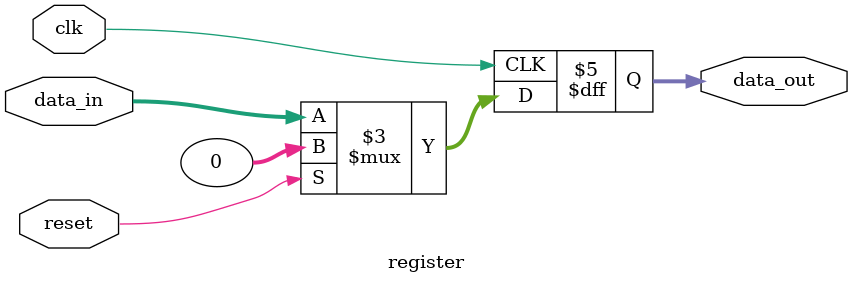
<source format=v>
module register (
    clk, 
    reset,
    data_in,
    data_out
);
    parameter SIZE = 32;
    input clk, reset;
    input [SIZE-1:0] data_in;
    output reg [SIZE-1:0] data_out;
    always @(posedge clk) begin
        if (reset)
            data_out <= {SIZE{1'b0}};
        else
            data_out <= data_in;
    end
    
endmodule

</source>
